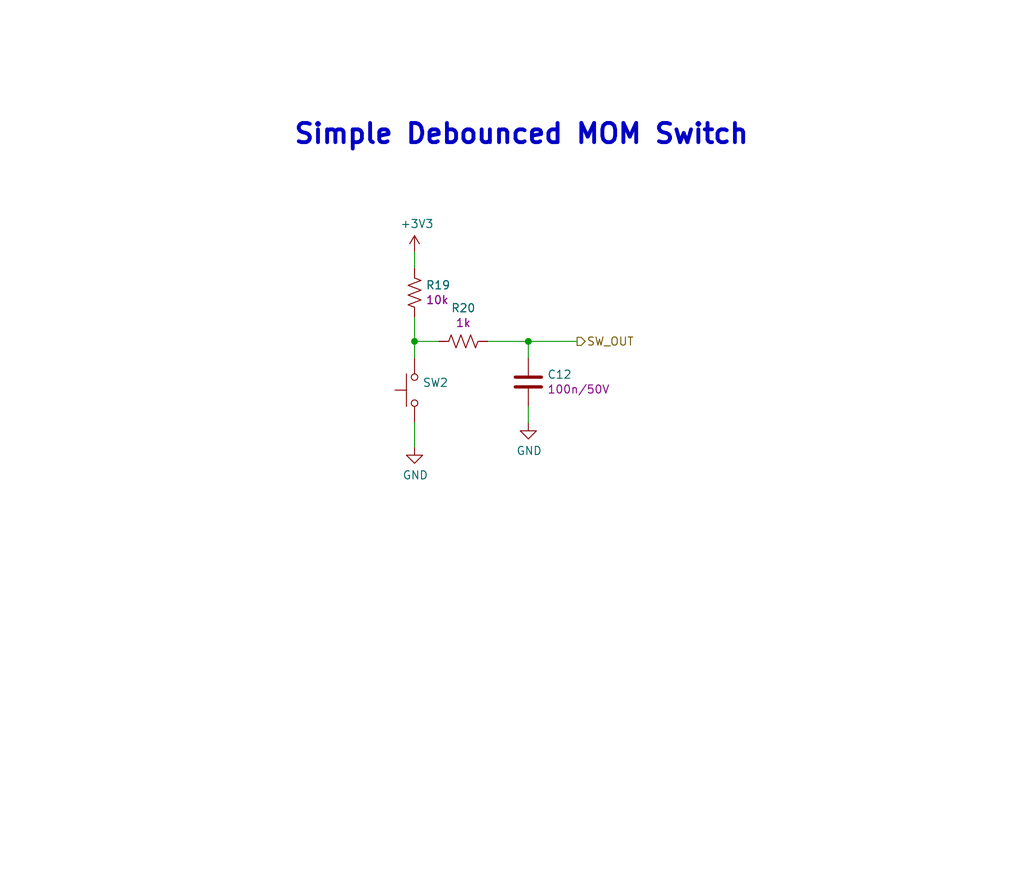
<source format=kicad_sch>
(kicad_sch (version 20230121) (generator eeschema)
  (paper "User" 159.995 140.005)
  (title_block (title "Simple Debounced MOM Switch") (date "2022-02-28") (rev "1.0") (company "Psychogenic Technologies INC") (comment 1 "(C) 2022 Pat Deegan"))
  (lib_symbols
    (symbol "power:+3V3" (power) (pin_names (offset 0))
      (property "Value" "+3V3" (at 0 3.556 0))
      (symbol "+3V3_0_1"
        (polyline (pts (xy -0.762 1.27) (xy 0 2.54)))
        (polyline (pts (xy 0 0) (xy 0 2.54)))
        (polyline (pts (xy 0 2.54) (xy 0.762 1.27)))
      )
      (symbol "+3V3_1_1"
        (pin power_in line (at 0 0 90) (length 0) hide (name "+3V3") (number "1"))
      )
    )
    (symbol "power:GND" (power) (pin_names (offset 0))
      (property "Value" "GND" (at 0 -3.81 0))
      (symbol "GND_0_1"
        (polyline (pts (xy 0 0) (xy 0 -1.27) (xy 1.27 -1.27) (xy 0 -2.54) (xy -1.27 -1.27) (xy 0 -1.27)))
      )
      (symbol "GND_1_1"
        (pin power_in line (at 0 0 270) (length 0) hide (name "GND") (number "1"))
      )
    )
    (symbol "psypassives:C_100n_0603_50V" (pin_numbers hide) (pin_names (offset 0.254))
      (property "Reference" "C" (at 0.635 2.54 0))
      (property "Display Value" "100n/50V" (at 11.43 1.524 0))
      (symbol "C_100n_0603_50V_0_1"
        (polyline (pts (xy -2.032 -0.762) (xy 2.032 -0.762)) (stroke (width 0.508)))
        (polyline (pts (xy -2.032 0.762) (xy 2.032 0.762)) (stroke (width 0.508)))
      )
      (symbol "C_100n_0603_50V_1_1"
        (pin passive line (at 0 3.81 270) (length 2.794) (name "~") (number "1"))
        (pin passive line (at 0 -3.81 90) (length 2.794) (name "~") (number "2"))
      )
    )
    (symbol "psypassives:R_10k_0603" (pin_numbers hide) (pin_names (offset 0))
      (property "Reference" "R" (at -2.54 -2.54 90))
      (symbol "R_10k_0603_0_1"
        (polyline (pts (xy 0 -2.286) (xy 0 -2.54)))
        (polyline (pts (xy 0 2.286) (xy 0 2.54)))
        (polyline (pts (xy 0 -0.762) (xy 1.016 -1.143) (xy 0 -1.524) (xy -1.016 -1.905) (xy 0 -2.286)))
        (polyline (pts (xy 0 0.762) (xy 1.016 0.381) (xy 0 0) (xy -1.016 -0.381) (xy 0 -0.762)))
        (polyline (pts (xy 0 2.286) (xy 1.016 1.905) (xy 0 1.524) (xy -1.016 1.143) (xy 0 0.762)))
      )
      (symbol "R_10k_0603_1_1"
        (pin passive line (at 0 3.81 270) (length 1.27) (name "~") (number "1"))
        (pin passive line (at 0 -3.81 90) (length 1.27) (name "~") (number "2"))
      )
    )
    (symbol "psypassives:R_1k_0603" (pin_numbers hide) (pin_names (offset 0))
      (property "Reference" "R" (at 2.54 0 90))
      (property "Display Value" "1k" (at 11.43 1.524 0))
      (symbol "R_1k_0603_0_1"
        (polyline (pts (xy 0 -2.286) (xy 0 -2.54)))
        (polyline (pts (xy 0 2.286) (xy 0 2.54)))
        (polyline (pts (xy 0 -0.762) (xy 1.016 -1.143) (xy 0 -1.524) (xy -1.016 -1.905) (xy 0 -2.286)))
        (polyline (pts (xy 0 0.762) (xy 1.016 0.381) (xy 0 0) (xy -1.016 -0.381) (xy 0 -0.762)))
        (polyline (pts (xy 0 2.286) (xy 1.016 1.905) (xy 0 1.524) (xy -1.016 1.143) (xy 0 0.762)))
      )
      (symbol "R_1k_0603_1_1"
        (pin passive line (at 0 3.81 270) (length 1.27) (name "~") (number "1"))
        (pin passive line (at 0 -3.81 90) (length 1.27) (name "~") (number "2"))
      )
    )
    (symbol "psypassives:SW_Push_6x6" (pin_numbers hide) (pin_names (offset 1.016) hide)
      (property "Reference" "SW" (at 1.27 2.54 0))
      (property "Display value" "SW_Push" (at 0 0 0))
      (symbol "SW_Push_6x6_0_1"
        (circle (center -2.032 0) (radius 0.508))
        (polyline (pts (xy 0 1.27) (xy 0 3.048)))
        (polyline (pts (xy 2.54 1.27) (xy -2.54 1.27)))
        (circle (center 2.032 0) (radius 0.508))
        (pin passive line (at -5.08 0 0) (length 2.54) (name "1") (number "1"))
        (pin passive line (at 5.08 0 180) (length 2.54) (name "2") (number "2"))
      )
    )
  )
  (junction (at 82.55 53.34))
  (junction (at 64.77 53.34))
  (wire (pts (xy 64.77 53.34) (xy 68.58 53.34)))
  (wire (pts (xy 64.77 53.34) (xy 64.77 55.88)))
  (wire (pts (xy 82.55 53.34) (xy 90.17 53.34)))
  (wire (pts (xy 76.2 53.34) (xy 82.55 53.34)))
  (wire (pts (xy 64.77 66.04) (xy 64.77 69.85)))
  (wire (pts (xy 64.77 49.53) (xy 64.77 53.34)))
  (wire (pts (xy 64.77 39.37) (xy 64.77 41.91)))
  (wire (pts (xy 82.55 55.88) (xy 82.55 53.34)))
  (wire (pts (xy 82.55 63.5) (xy 82.55 66.04)))
  (text "Simple Debounced MOM Switch" (at 45.72 22.86 0) (effects (font (size 3 3) (thickness 0.6) bold) (justify left bottom)))
  (hierarchical_label "SW_OUT" (shape output) (at 90.17 53.34 0))
  (symbol (lib_id "power:+3V3") (at 64.77 39.37 0) (unit 1)
    (property "Reference" "#PWR041" (effects hide))
    (property "Value" "+3V3" (at 65.151 34.9758 0))
    (instances (project "LOGuvnor" (path "" (reference "#PWR041") (unit 1)) (path "" (reference "#PWR038") (unit 1)) (path "" (reference "#PWR044") (unit 1))))
  )
  (symbol (lib_id "psypassives:SW_Push_6x6") (at 64.77 60.96 90) (unit 1)
    (property "Reference" "SW2" (at 65.9892 59.7916 90) (effects (justify right)))
    (property "Value" "SW_Push_6x6" (effects hide))
    (property "Footprint" "flyingcarsfootprints:FSM2JSMA-6x6mm-SWITCH" (effects hide))
    (property "Manufacturer" "FSM2JSMA" (effects hide))
    (property "Vendor" "450-1130-ND" (effects hide))
    (property "Display value" "SW_Push" (effects hide))
    (instances (project "LOGuvnor" (path "" (reference "SW2") (unit 1)) (path "" (reference "SW1") (unit 1)) (path "" (reference "SW3") (unit 1))))
  )
  (symbol (lib_id "psypassives:R_10k_0603") (at 64.77 45.72 0) (unit 1)
    (property "Reference" "R19" (at 66.4972 44.5516 0) (effects (justify left)))
    (property "Value" "R_10k_0603" (effects hide))
    (property "Footprint" "Resistor_SMD:R_0603_1608Metric" (effects hide))
    (property "Manufacturer" "CRGP0603F10K" (effects hide))
    (property "Vendor" "A130428CT-ND " (effects hide))
    (property "Display Value" "10k" (at 66.4972 46.863 0) (effects (justify left)))
    (instances (project "LOGuvnor" (path "" (reference "R19") (unit 1)) (path "" (reference "R17") (unit 1)) (path "" (reference "R21") (unit 1))))
  )
  (symbol (lib_id "power:GND") (at 64.77 69.85 0) (unit 1)
    (property "Reference" "#PWR043" (effects hide))
    (property "Value" "GND" (at 64.897 74.2442 0))
    (instances (project "LOGuvnor" (path "" (reference "#PWR043") (unit 1)) (path "" (reference "#PWR040") (unit 1)) (path "" (reference "#PWR046") (unit 1))))
  )
  (symbol (lib_id "psypassives:R_1k_0603") (at 72.39 53.34 270) (unit 1)
    (property "Reference" "R20" (at 72.39 48.133 90))
    (property "Value" "R_1k_0603" (effects hide))
    (property "Footprint" "Resistor_SMD:R_0603_1608Metric" (effects hide))
    (property "Manufacturer" "CRGP0603F1K0" (effects hide))
    (property "Vendor" "A130416CT-ND" (effects hide))
    (property "Display Value" "1k" (at 72.39 50.4444 90))
    (instances (project "LOGuvnor" (path "" (reference "R20") (unit 1)) (path "" (reference "R18") (unit 1)) (path "" (reference "R22") (unit 1))))
  )
  (symbol (lib_id "psypassives:C_100n_0603_50V") (at 82.55 59.69 0) (unit 1)
    (property "Reference" "C12" (at 85.471 58.5216 0) (effects (justify left)))
    (property "Value" "C_100n_0603_50V" (effects hide))
    (property "Footprint" "Capacitor_SMD:C_0603_1608Metric" (effects hide))
    (property "Manufacturer" "GCJ188R71H104KA12D" (effects hide))
    (property "Vendor" "490-5798-1-ND" (effects hide))
    (property "Display Value" "100n/50V" (at 85.471 60.833 0) (effects (justify left)))
    (instances (project "LOGuvnor" (path "" (reference "C12") (unit 1)) (path "" (reference "C11") (unit 1)) (path "" (reference "C13") (unit 1))))
  )
  (symbol (lib_id "power:GND") (at 82.55 66.04 0) (unit 1)
    (property "Reference" "#PWR042" (effects hide))
    (property "Value" "GND" (at 82.677 70.4342 0))
    (instances (project "LOGuvnor" (path "" (reference "#PWR042") (unit 1)) (path "" (reference "#PWR039") (unit 1)) (path "" (reference "#PWR045") (unit 1))))
  )
)
</source>
